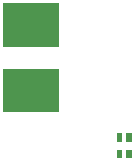
<source format=gbr>
G04 start of page 11 for group -4014 idx -4014 *
G04 Title: (unknown), bottompaste *
G04 Creator: pcb 1.99z *
G04 CreationDate: Mon Dec  7 23:02:50 2015 UTC *
G04 For: commonadmin *
G04 Format: Gerber/RS-274X *
G04 PCB-Dimensions (mil): 900.00 1100.00 *
G04 PCB-Coordinate-Origin: lower left *
%MOIN*%
%FSLAX25Y25*%
%LNBOTTOMPASTE*%
%ADD72R,0.0197X0.0197*%
%ADD71R,0.1450X0.1450*%
G54D71*X13000Y60200D02*X17000D01*
X13000Y82000D02*X17000D01*
G54D72*X44500Y44893D02*Y44107D01*
X47648Y44893D02*Y44107D01*
X44500Y39393D02*Y38607D01*
X47648Y39393D02*Y38607D01*
M02*

</source>
